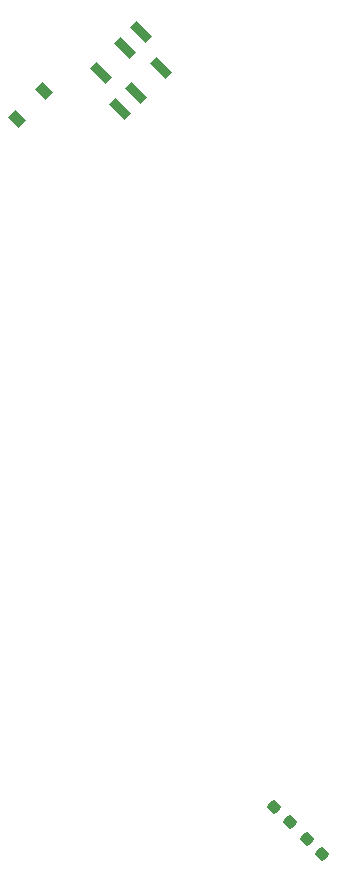
<source format=gbr>
%TF.GenerationSoftware,KiCad,Pcbnew,(6.0.11)*%
%TF.CreationDate,2023-10-13T19:34:53+09:00*%
%TF.ProjectId,ESP32,45535033-322e-46b6-9963-61645f706362,rev?*%
%TF.SameCoordinates,Original*%
%TF.FileFunction,Paste,Bot*%
%TF.FilePolarity,Positive*%
%FSLAX46Y46*%
G04 Gerber Fmt 4.6, Leading zero omitted, Abs format (unit mm)*
G04 Created by KiCad (PCBNEW (6.0.11)) date 2023-10-13 19:34:53*
%MOMM*%
%LPD*%
G01*
G04 APERTURE LIST*
G04 Aperture macros list*
%AMRoundRect*
0 Rectangle with rounded corners*
0 $1 Rounding radius*
0 $2 $3 $4 $5 $6 $7 $8 $9 X,Y pos of 4 corners*
0 Add a 4 corners polygon primitive as box body*
4,1,4,$2,$3,$4,$5,$6,$7,$8,$9,$2,$3,0*
0 Add four circle primitives for the rounded corners*
1,1,$1+$1,$2,$3*
1,1,$1+$1,$4,$5*
1,1,$1+$1,$6,$7*
1,1,$1+$1,$8,$9*
0 Add four rect primitives between the rounded corners*
20,1,$1+$1,$2,$3,$4,$5,0*
20,1,$1+$1,$4,$5,$6,$7,0*
20,1,$1+$1,$6,$7,$8,$9,0*
20,1,$1+$1,$8,$9,$2,$3,0*%
%AMRotRect*
0 Rectangle, with rotation*
0 The origin of the aperture is its center*
0 $1 length*
0 $2 width*
0 $3 Rotation angle, in degrees counterclockwise*
0 Add horizontal line*
21,1,$1,$2,0,0,$3*%
G04 Aperture macros list end*
%ADD10RotRect,1.800000X0.800000X135.000000*%
%ADD11RoundRect,0.237500X-0.344715X0.008839X0.008839X-0.344715X0.344715X-0.008839X-0.008839X0.344715X0*%
%ADD12RotRect,1.800000X0.800000X315.000000*%
%ADD13RotRect,0.900000X1.200000X225.000000*%
G04 APERTURE END LIST*
D10*
%TO.C,Q8*%
X127950000Y-66490000D03*
X126606497Y-67833503D03*
X124944796Y-64828299D03*
%TD*%
D11*
%TO.C,R34*%
X142394765Y-129644765D03*
X143685235Y-130935235D03*
%TD*%
D12*
%TO.C,Q5*%
X127041522Y-62715025D03*
X128385025Y-61371522D03*
X130046726Y-64376726D03*
%TD*%
D13*
%TO.C,D3*%
X120196726Y-66353274D03*
X117863274Y-68686726D03*
%TD*%
D11*
%TO.C,R33*%
X139664765Y-126964765D03*
X140955235Y-128255235D03*
%TD*%
M02*

</source>
